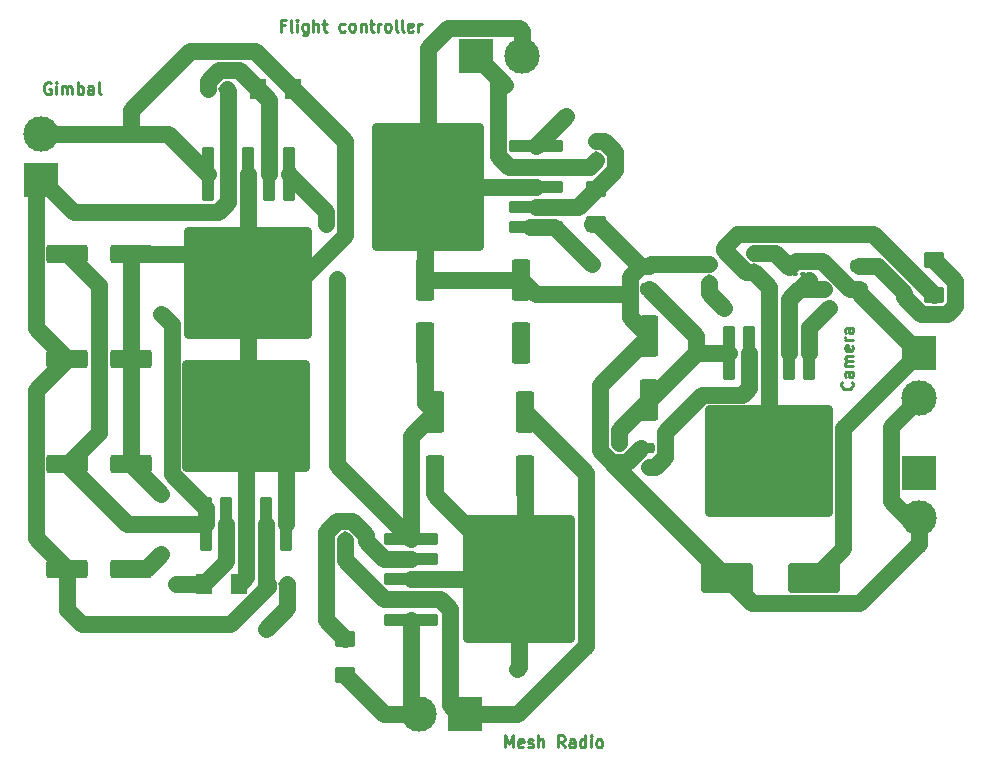
<source format=gbr>
%TF.GenerationSoftware,KiCad,Pcbnew,9.0.1*%
%TF.CreationDate,2025-05-28T17:40:13+05:30*%
%TF.ProjectId,3levelstepDownIter2,336c6576-656c-4737-9465-70446f776e49,rev?*%
%TF.SameCoordinates,Original*%
%TF.FileFunction,Copper,L1,Top*%
%TF.FilePolarity,Positive*%
%FSLAX46Y46*%
G04 Gerber Fmt 4.6, Leading zero omitted, Abs format (unit mm)*
G04 Created by KiCad (PCBNEW 9.0.1) date 2025-05-28 17:40:13*
%MOMM*%
%LPD*%
G01*
G04 APERTURE LIST*
G04 Aperture macros list*
%AMRoundRect*
0 Rectangle with rounded corners*
0 $1 Rounding radius*
0 $2 $3 $4 $5 $6 $7 $8 $9 X,Y pos of 4 corners*
0 Add a 4 corners polygon primitive as box body*
4,1,4,$2,$3,$4,$5,$6,$7,$8,$9,$2,$3,0*
0 Add four circle primitives for the rounded corners*
1,1,$1+$1,$2,$3*
1,1,$1+$1,$4,$5*
1,1,$1+$1,$6,$7*
1,1,$1+$1,$8,$9*
0 Add four rect primitives between the rounded corners*
20,1,$1+$1,$2,$3,$4,$5,0*
20,1,$1+$1,$4,$5,$6,$7,0*
20,1,$1+$1,$6,$7,$8,$9,0*
20,1,$1+$1,$8,$9,$2,$3,0*%
G04 Aperture macros list end*
%ADD10C,0.250000*%
%TA.AperFunction,NonConductor*%
%ADD11C,0.250000*%
%TD*%
%TA.AperFunction,ComponentPad*%
%ADD12C,3.000000*%
%TD*%
%TA.AperFunction,ComponentPad*%
%ADD13R,3.000000X3.000000*%
%TD*%
%TA.AperFunction,SMDPad,CuDef*%
%ADD14RoundRect,0.100000X0.100000X-0.130000X0.100000X0.130000X-0.100000X0.130000X-0.100000X-0.130000X0*%
%TD*%
%TA.AperFunction,SMDPad,CuDef*%
%ADD15RoundRect,0.250001X0.624999X-0.462499X0.624999X0.462499X-0.624999X0.462499X-0.624999X-0.462499X0*%
%TD*%
%TA.AperFunction,SMDPad,CuDef*%
%ADD16RoundRect,0.100000X-0.130000X-0.100000X0.130000X-0.100000X0.130000X0.100000X-0.130000X0.100000X0*%
%TD*%
%TA.AperFunction,SMDPad,CuDef*%
%ADD17RoundRect,0.100000X0.130000X0.100000X-0.130000X0.100000X-0.130000X-0.100000X0.130000X-0.100000X0*%
%TD*%
%TA.AperFunction,SMDPad,CuDef*%
%ADD18RoundRect,0.250000X-2.050000X-0.300000X2.050000X-0.300000X2.050000X0.300000X-2.050000X0.300000X0*%
%TD*%
%TA.AperFunction,SMDPad,CuDef*%
%ADD19RoundRect,0.250002X-4.449998X-5.149998X4.449998X-5.149998X4.449998X5.149998X-4.449998X5.149998X0*%
%TD*%
%TA.AperFunction,SMDPad,CuDef*%
%ADD20RoundRect,0.250000X-1.500000X-0.550000X1.500000X-0.550000X1.500000X0.550000X-1.500000X0.550000X0*%
%TD*%
%TA.AperFunction,SMDPad,CuDef*%
%ADD21RoundRect,0.250000X0.550000X-1.500000X0.550000X1.500000X-0.550000X1.500000X-0.550000X-1.500000X0*%
%TD*%
%TA.AperFunction,SMDPad,CuDef*%
%ADD22RoundRect,0.250000X-0.550000X1.500000X-0.550000X-1.500000X0.550000X-1.500000X0.550000X1.500000X0*%
%TD*%
%TA.AperFunction,SMDPad,CuDef*%
%ADD23RoundRect,0.250000X2.050000X0.300000X-2.050000X0.300000X-2.050000X-0.300000X2.050000X-0.300000X0*%
%TD*%
%TA.AperFunction,SMDPad,CuDef*%
%ADD24RoundRect,0.250002X4.449998X5.149998X-4.449998X5.149998X-4.449998X-5.149998X4.449998X-5.149998X0*%
%TD*%
%TA.AperFunction,SMDPad,CuDef*%
%ADD25RoundRect,0.250000X-0.300000X2.050000X-0.300000X-2.050000X0.300000X-2.050000X0.300000X2.050000X0*%
%TD*%
%TA.AperFunction,SMDPad,CuDef*%
%ADD26RoundRect,0.250002X-5.149998X4.449998X-5.149998X-4.449998X5.149998X-4.449998X5.149998X4.449998X0*%
%TD*%
%TA.AperFunction,SMDPad,CuDef*%
%ADD27RoundRect,0.250001X-0.624999X0.462499X-0.624999X-0.462499X0.624999X-0.462499X0.624999X0.462499X0*%
%TD*%
%TA.AperFunction,SMDPad,CuDef*%
%ADD28RoundRect,0.250000X1.950000X1.000000X-1.950000X1.000000X-1.950000X-1.000000X1.950000X-1.000000X0*%
%TD*%
%TA.AperFunction,SMDPad,CuDef*%
%ADD29RoundRect,0.225000X0.250000X-0.225000X0.250000X0.225000X-0.250000X0.225000X-0.250000X-0.225000X0*%
%TD*%
%TA.AperFunction,SMDPad,CuDef*%
%ADD30RoundRect,0.100000X-0.100000X0.130000X-0.100000X-0.130000X0.100000X-0.130000X0.100000X0.130000X0*%
%TD*%
%TA.AperFunction,SMDPad,CuDef*%
%ADD31RoundRect,0.250001X-0.462499X-0.624999X0.462499X-0.624999X0.462499X0.624999X-0.462499X0.624999X0*%
%TD*%
%TA.AperFunction,SMDPad,CuDef*%
%ADD32RoundRect,0.250000X0.475000X-0.250000X0.475000X0.250000X-0.475000X0.250000X-0.475000X-0.250000X0*%
%TD*%
%TA.AperFunction,SMDPad,CuDef*%
%ADD33RoundRect,0.250000X0.300000X-2.050000X0.300000X2.050000X-0.300000X2.050000X-0.300000X-2.050000X0*%
%TD*%
%TA.AperFunction,SMDPad,CuDef*%
%ADD34RoundRect,0.250002X5.149998X-4.449998X5.149998X4.449998X-5.149998X4.449998X-5.149998X-4.449998X0*%
%TD*%
%TA.AperFunction,ViaPad*%
%ADD35C,0.600000*%
%TD*%
%TA.AperFunction,Conductor*%
%ADD36C,1.400000*%
%TD*%
G04 APERTURE END LIST*
D10*
D11*
X83726377Y-65912238D02*
X83631139Y-65864619D01*
X83631139Y-65864619D02*
X83488282Y-65864619D01*
X83488282Y-65864619D02*
X83345425Y-65912238D01*
X83345425Y-65912238D02*
X83250187Y-66007476D01*
X83250187Y-66007476D02*
X83202568Y-66102714D01*
X83202568Y-66102714D02*
X83154949Y-66293190D01*
X83154949Y-66293190D02*
X83154949Y-66436047D01*
X83154949Y-66436047D02*
X83202568Y-66626523D01*
X83202568Y-66626523D02*
X83250187Y-66721761D01*
X83250187Y-66721761D02*
X83345425Y-66817000D01*
X83345425Y-66817000D02*
X83488282Y-66864619D01*
X83488282Y-66864619D02*
X83583520Y-66864619D01*
X83583520Y-66864619D02*
X83726377Y-66817000D01*
X83726377Y-66817000D02*
X83773996Y-66769380D01*
X83773996Y-66769380D02*
X83773996Y-66436047D01*
X83773996Y-66436047D02*
X83583520Y-66436047D01*
X84202568Y-66864619D02*
X84202568Y-66197952D01*
X84202568Y-65864619D02*
X84154949Y-65912238D01*
X84154949Y-65912238D02*
X84202568Y-65959857D01*
X84202568Y-65959857D02*
X84250187Y-65912238D01*
X84250187Y-65912238D02*
X84202568Y-65864619D01*
X84202568Y-65864619D02*
X84202568Y-65959857D01*
X84678758Y-66864619D02*
X84678758Y-66197952D01*
X84678758Y-66293190D02*
X84726377Y-66245571D01*
X84726377Y-66245571D02*
X84821615Y-66197952D01*
X84821615Y-66197952D02*
X84964472Y-66197952D01*
X84964472Y-66197952D02*
X85059710Y-66245571D01*
X85059710Y-66245571D02*
X85107329Y-66340809D01*
X85107329Y-66340809D02*
X85107329Y-66864619D01*
X85107329Y-66340809D02*
X85154948Y-66245571D01*
X85154948Y-66245571D02*
X85250186Y-66197952D01*
X85250186Y-66197952D02*
X85393043Y-66197952D01*
X85393043Y-66197952D02*
X85488282Y-66245571D01*
X85488282Y-66245571D02*
X85535901Y-66340809D01*
X85535901Y-66340809D02*
X85535901Y-66864619D01*
X86012091Y-66864619D02*
X86012091Y-65864619D01*
X86012091Y-66245571D02*
X86107329Y-66197952D01*
X86107329Y-66197952D02*
X86297805Y-66197952D01*
X86297805Y-66197952D02*
X86393043Y-66245571D01*
X86393043Y-66245571D02*
X86440662Y-66293190D01*
X86440662Y-66293190D02*
X86488281Y-66388428D01*
X86488281Y-66388428D02*
X86488281Y-66674142D01*
X86488281Y-66674142D02*
X86440662Y-66769380D01*
X86440662Y-66769380D02*
X86393043Y-66817000D01*
X86393043Y-66817000D02*
X86297805Y-66864619D01*
X86297805Y-66864619D02*
X86107329Y-66864619D01*
X86107329Y-66864619D02*
X86012091Y-66817000D01*
X87345424Y-66864619D02*
X87345424Y-66340809D01*
X87345424Y-66340809D02*
X87297805Y-66245571D01*
X87297805Y-66245571D02*
X87202567Y-66197952D01*
X87202567Y-66197952D02*
X87012091Y-66197952D01*
X87012091Y-66197952D02*
X86916853Y-66245571D01*
X87345424Y-66817000D02*
X87250186Y-66864619D01*
X87250186Y-66864619D02*
X87012091Y-66864619D01*
X87012091Y-66864619D02*
X86916853Y-66817000D01*
X86916853Y-66817000D02*
X86869234Y-66721761D01*
X86869234Y-66721761D02*
X86869234Y-66626523D01*
X86869234Y-66626523D02*
X86916853Y-66531285D01*
X86916853Y-66531285D02*
X87012091Y-66483666D01*
X87012091Y-66483666D02*
X87250186Y-66483666D01*
X87250186Y-66483666D02*
X87345424Y-66436047D01*
X87964472Y-66864619D02*
X87869234Y-66817000D01*
X87869234Y-66817000D02*
X87821615Y-66721761D01*
X87821615Y-66721761D02*
X87821615Y-65864619D01*
D10*
D11*
X103535901Y-61040809D02*
X103202568Y-61040809D01*
X103202568Y-61564619D02*
X103202568Y-60564619D01*
X103202568Y-60564619D02*
X103678758Y-60564619D01*
X104202568Y-61564619D02*
X104107330Y-61517000D01*
X104107330Y-61517000D02*
X104059711Y-61421761D01*
X104059711Y-61421761D02*
X104059711Y-60564619D01*
X104583521Y-61564619D02*
X104583521Y-60897952D01*
X104583521Y-60564619D02*
X104535902Y-60612238D01*
X104535902Y-60612238D02*
X104583521Y-60659857D01*
X104583521Y-60659857D02*
X104631140Y-60612238D01*
X104631140Y-60612238D02*
X104583521Y-60564619D01*
X104583521Y-60564619D02*
X104583521Y-60659857D01*
X105488282Y-60897952D02*
X105488282Y-61707476D01*
X105488282Y-61707476D02*
X105440663Y-61802714D01*
X105440663Y-61802714D02*
X105393044Y-61850333D01*
X105393044Y-61850333D02*
X105297806Y-61897952D01*
X105297806Y-61897952D02*
X105154949Y-61897952D01*
X105154949Y-61897952D02*
X105059711Y-61850333D01*
X105488282Y-61517000D02*
X105393044Y-61564619D01*
X105393044Y-61564619D02*
X105202568Y-61564619D01*
X105202568Y-61564619D02*
X105107330Y-61517000D01*
X105107330Y-61517000D02*
X105059711Y-61469380D01*
X105059711Y-61469380D02*
X105012092Y-61374142D01*
X105012092Y-61374142D02*
X105012092Y-61088428D01*
X105012092Y-61088428D02*
X105059711Y-60993190D01*
X105059711Y-60993190D02*
X105107330Y-60945571D01*
X105107330Y-60945571D02*
X105202568Y-60897952D01*
X105202568Y-60897952D02*
X105393044Y-60897952D01*
X105393044Y-60897952D02*
X105488282Y-60945571D01*
X105964473Y-61564619D02*
X105964473Y-60564619D01*
X106393044Y-61564619D02*
X106393044Y-61040809D01*
X106393044Y-61040809D02*
X106345425Y-60945571D01*
X106345425Y-60945571D02*
X106250187Y-60897952D01*
X106250187Y-60897952D02*
X106107330Y-60897952D01*
X106107330Y-60897952D02*
X106012092Y-60945571D01*
X106012092Y-60945571D02*
X105964473Y-60993190D01*
X106726378Y-60897952D02*
X107107330Y-60897952D01*
X106869235Y-60564619D02*
X106869235Y-61421761D01*
X106869235Y-61421761D02*
X106916854Y-61517000D01*
X106916854Y-61517000D02*
X107012092Y-61564619D01*
X107012092Y-61564619D02*
X107107330Y-61564619D01*
X108631140Y-61517000D02*
X108535902Y-61564619D01*
X108535902Y-61564619D02*
X108345426Y-61564619D01*
X108345426Y-61564619D02*
X108250188Y-61517000D01*
X108250188Y-61517000D02*
X108202569Y-61469380D01*
X108202569Y-61469380D02*
X108154950Y-61374142D01*
X108154950Y-61374142D02*
X108154950Y-61088428D01*
X108154950Y-61088428D02*
X108202569Y-60993190D01*
X108202569Y-60993190D02*
X108250188Y-60945571D01*
X108250188Y-60945571D02*
X108345426Y-60897952D01*
X108345426Y-60897952D02*
X108535902Y-60897952D01*
X108535902Y-60897952D02*
X108631140Y-60945571D01*
X109202569Y-61564619D02*
X109107331Y-61517000D01*
X109107331Y-61517000D02*
X109059712Y-61469380D01*
X109059712Y-61469380D02*
X109012093Y-61374142D01*
X109012093Y-61374142D02*
X109012093Y-61088428D01*
X109012093Y-61088428D02*
X109059712Y-60993190D01*
X109059712Y-60993190D02*
X109107331Y-60945571D01*
X109107331Y-60945571D02*
X109202569Y-60897952D01*
X109202569Y-60897952D02*
X109345426Y-60897952D01*
X109345426Y-60897952D02*
X109440664Y-60945571D01*
X109440664Y-60945571D02*
X109488283Y-60993190D01*
X109488283Y-60993190D02*
X109535902Y-61088428D01*
X109535902Y-61088428D02*
X109535902Y-61374142D01*
X109535902Y-61374142D02*
X109488283Y-61469380D01*
X109488283Y-61469380D02*
X109440664Y-61517000D01*
X109440664Y-61517000D02*
X109345426Y-61564619D01*
X109345426Y-61564619D02*
X109202569Y-61564619D01*
X109964474Y-60897952D02*
X109964474Y-61564619D01*
X109964474Y-60993190D02*
X110012093Y-60945571D01*
X110012093Y-60945571D02*
X110107331Y-60897952D01*
X110107331Y-60897952D02*
X110250188Y-60897952D01*
X110250188Y-60897952D02*
X110345426Y-60945571D01*
X110345426Y-60945571D02*
X110393045Y-61040809D01*
X110393045Y-61040809D02*
X110393045Y-61564619D01*
X110726379Y-60897952D02*
X111107331Y-60897952D01*
X110869236Y-60564619D02*
X110869236Y-61421761D01*
X110869236Y-61421761D02*
X110916855Y-61517000D01*
X110916855Y-61517000D02*
X111012093Y-61564619D01*
X111012093Y-61564619D02*
X111107331Y-61564619D01*
X111440665Y-61564619D02*
X111440665Y-60897952D01*
X111440665Y-61088428D02*
X111488284Y-60993190D01*
X111488284Y-60993190D02*
X111535903Y-60945571D01*
X111535903Y-60945571D02*
X111631141Y-60897952D01*
X111631141Y-60897952D02*
X111726379Y-60897952D01*
X112202570Y-61564619D02*
X112107332Y-61517000D01*
X112107332Y-61517000D02*
X112059713Y-61469380D01*
X112059713Y-61469380D02*
X112012094Y-61374142D01*
X112012094Y-61374142D02*
X112012094Y-61088428D01*
X112012094Y-61088428D02*
X112059713Y-60993190D01*
X112059713Y-60993190D02*
X112107332Y-60945571D01*
X112107332Y-60945571D02*
X112202570Y-60897952D01*
X112202570Y-60897952D02*
X112345427Y-60897952D01*
X112345427Y-60897952D02*
X112440665Y-60945571D01*
X112440665Y-60945571D02*
X112488284Y-60993190D01*
X112488284Y-60993190D02*
X112535903Y-61088428D01*
X112535903Y-61088428D02*
X112535903Y-61374142D01*
X112535903Y-61374142D02*
X112488284Y-61469380D01*
X112488284Y-61469380D02*
X112440665Y-61517000D01*
X112440665Y-61517000D02*
X112345427Y-61564619D01*
X112345427Y-61564619D02*
X112202570Y-61564619D01*
X113107332Y-61564619D02*
X113012094Y-61517000D01*
X113012094Y-61517000D02*
X112964475Y-61421761D01*
X112964475Y-61421761D02*
X112964475Y-60564619D01*
X113631142Y-61564619D02*
X113535904Y-61517000D01*
X113535904Y-61517000D02*
X113488285Y-61421761D01*
X113488285Y-61421761D02*
X113488285Y-60564619D01*
X114393047Y-61517000D02*
X114297809Y-61564619D01*
X114297809Y-61564619D02*
X114107333Y-61564619D01*
X114107333Y-61564619D02*
X114012095Y-61517000D01*
X114012095Y-61517000D02*
X113964476Y-61421761D01*
X113964476Y-61421761D02*
X113964476Y-61040809D01*
X113964476Y-61040809D02*
X114012095Y-60945571D01*
X114012095Y-60945571D02*
X114107333Y-60897952D01*
X114107333Y-60897952D02*
X114297809Y-60897952D01*
X114297809Y-60897952D02*
X114393047Y-60945571D01*
X114393047Y-60945571D02*
X114440666Y-61040809D01*
X114440666Y-61040809D02*
X114440666Y-61136047D01*
X114440666Y-61136047D02*
X113964476Y-61231285D01*
X114869238Y-61564619D02*
X114869238Y-60897952D01*
X114869238Y-61088428D02*
X114916857Y-60993190D01*
X114916857Y-60993190D02*
X114964476Y-60945571D01*
X114964476Y-60945571D02*
X115059714Y-60897952D01*
X115059714Y-60897952D02*
X115154952Y-60897952D01*
D10*
D11*
X151569380Y-91226003D02*
X151617000Y-91273622D01*
X151617000Y-91273622D02*
X151664619Y-91416479D01*
X151664619Y-91416479D02*
X151664619Y-91511717D01*
X151664619Y-91511717D02*
X151617000Y-91654574D01*
X151617000Y-91654574D02*
X151521761Y-91749812D01*
X151521761Y-91749812D02*
X151426523Y-91797431D01*
X151426523Y-91797431D02*
X151236047Y-91845050D01*
X151236047Y-91845050D02*
X151093190Y-91845050D01*
X151093190Y-91845050D02*
X150902714Y-91797431D01*
X150902714Y-91797431D02*
X150807476Y-91749812D01*
X150807476Y-91749812D02*
X150712238Y-91654574D01*
X150712238Y-91654574D02*
X150664619Y-91511717D01*
X150664619Y-91511717D02*
X150664619Y-91416479D01*
X150664619Y-91416479D02*
X150712238Y-91273622D01*
X150712238Y-91273622D02*
X150759857Y-91226003D01*
X151664619Y-90368860D02*
X151140809Y-90368860D01*
X151140809Y-90368860D02*
X151045571Y-90416479D01*
X151045571Y-90416479D02*
X150997952Y-90511717D01*
X150997952Y-90511717D02*
X150997952Y-90702193D01*
X150997952Y-90702193D02*
X151045571Y-90797431D01*
X151617000Y-90368860D02*
X151664619Y-90464098D01*
X151664619Y-90464098D02*
X151664619Y-90702193D01*
X151664619Y-90702193D02*
X151617000Y-90797431D01*
X151617000Y-90797431D02*
X151521761Y-90845050D01*
X151521761Y-90845050D02*
X151426523Y-90845050D01*
X151426523Y-90845050D02*
X151331285Y-90797431D01*
X151331285Y-90797431D02*
X151283666Y-90702193D01*
X151283666Y-90702193D02*
X151283666Y-90464098D01*
X151283666Y-90464098D02*
X151236047Y-90368860D01*
X151664619Y-89892669D02*
X150997952Y-89892669D01*
X151093190Y-89892669D02*
X151045571Y-89845050D01*
X151045571Y-89845050D02*
X150997952Y-89749812D01*
X150997952Y-89749812D02*
X150997952Y-89606955D01*
X150997952Y-89606955D02*
X151045571Y-89511717D01*
X151045571Y-89511717D02*
X151140809Y-89464098D01*
X151140809Y-89464098D02*
X151664619Y-89464098D01*
X151140809Y-89464098D02*
X151045571Y-89416479D01*
X151045571Y-89416479D02*
X150997952Y-89321241D01*
X150997952Y-89321241D02*
X150997952Y-89178384D01*
X150997952Y-89178384D02*
X151045571Y-89083145D01*
X151045571Y-89083145D02*
X151140809Y-89035526D01*
X151140809Y-89035526D02*
X151664619Y-89035526D01*
X151617000Y-88178384D02*
X151664619Y-88273622D01*
X151664619Y-88273622D02*
X151664619Y-88464098D01*
X151664619Y-88464098D02*
X151617000Y-88559336D01*
X151617000Y-88559336D02*
X151521761Y-88606955D01*
X151521761Y-88606955D02*
X151140809Y-88606955D01*
X151140809Y-88606955D02*
X151045571Y-88559336D01*
X151045571Y-88559336D02*
X150997952Y-88464098D01*
X150997952Y-88464098D02*
X150997952Y-88273622D01*
X150997952Y-88273622D02*
X151045571Y-88178384D01*
X151045571Y-88178384D02*
X151140809Y-88130765D01*
X151140809Y-88130765D02*
X151236047Y-88130765D01*
X151236047Y-88130765D02*
X151331285Y-88606955D01*
X151664619Y-87702193D02*
X150997952Y-87702193D01*
X151188428Y-87702193D02*
X151093190Y-87654574D01*
X151093190Y-87654574D02*
X151045571Y-87606955D01*
X151045571Y-87606955D02*
X150997952Y-87511717D01*
X150997952Y-87511717D02*
X150997952Y-87416479D01*
X151664619Y-86654574D02*
X151140809Y-86654574D01*
X151140809Y-86654574D02*
X151045571Y-86702193D01*
X151045571Y-86702193D02*
X150997952Y-86797431D01*
X150997952Y-86797431D02*
X150997952Y-86987907D01*
X150997952Y-86987907D02*
X151045571Y-87083145D01*
X151617000Y-86654574D02*
X151664619Y-86749812D01*
X151664619Y-86749812D02*
X151664619Y-86987907D01*
X151664619Y-86987907D02*
X151617000Y-87083145D01*
X151617000Y-87083145D02*
X151521761Y-87130764D01*
X151521761Y-87130764D02*
X151426523Y-87130764D01*
X151426523Y-87130764D02*
X151331285Y-87083145D01*
X151331285Y-87083145D02*
X151283666Y-86987907D01*
X151283666Y-86987907D02*
X151283666Y-86749812D01*
X151283666Y-86749812D02*
X151236047Y-86654574D01*
D10*
D11*
X122202568Y-122164619D02*
X122202568Y-121164619D01*
X122202568Y-121164619D02*
X122535901Y-121878904D01*
X122535901Y-121878904D02*
X122869234Y-121164619D01*
X122869234Y-121164619D02*
X122869234Y-122164619D01*
X123726377Y-122117000D02*
X123631139Y-122164619D01*
X123631139Y-122164619D02*
X123440663Y-122164619D01*
X123440663Y-122164619D02*
X123345425Y-122117000D01*
X123345425Y-122117000D02*
X123297806Y-122021761D01*
X123297806Y-122021761D02*
X123297806Y-121640809D01*
X123297806Y-121640809D02*
X123345425Y-121545571D01*
X123345425Y-121545571D02*
X123440663Y-121497952D01*
X123440663Y-121497952D02*
X123631139Y-121497952D01*
X123631139Y-121497952D02*
X123726377Y-121545571D01*
X123726377Y-121545571D02*
X123773996Y-121640809D01*
X123773996Y-121640809D02*
X123773996Y-121736047D01*
X123773996Y-121736047D02*
X123297806Y-121831285D01*
X124154949Y-122117000D02*
X124250187Y-122164619D01*
X124250187Y-122164619D02*
X124440663Y-122164619D01*
X124440663Y-122164619D02*
X124535901Y-122117000D01*
X124535901Y-122117000D02*
X124583520Y-122021761D01*
X124583520Y-122021761D02*
X124583520Y-121974142D01*
X124583520Y-121974142D02*
X124535901Y-121878904D01*
X124535901Y-121878904D02*
X124440663Y-121831285D01*
X124440663Y-121831285D02*
X124297806Y-121831285D01*
X124297806Y-121831285D02*
X124202568Y-121783666D01*
X124202568Y-121783666D02*
X124154949Y-121688428D01*
X124154949Y-121688428D02*
X124154949Y-121640809D01*
X124154949Y-121640809D02*
X124202568Y-121545571D01*
X124202568Y-121545571D02*
X124297806Y-121497952D01*
X124297806Y-121497952D02*
X124440663Y-121497952D01*
X124440663Y-121497952D02*
X124535901Y-121545571D01*
X125012092Y-122164619D02*
X125012092Y-121164619D01*
X125440663Y-122164619D02*
X125440663Y-121640809D01*
X125440663Y-121640809D02*
X125393044Y-121545571D01*
X125393044Y-121545571D02*
X125297806Y-121497952D01*
X125297806Y-121497952D02*
X125154949Y-121497952D01*
X125154949Y-121497952D02*
X125059711Y-121545571D01*
X125059711Y-121545571D02*
X125012092Y-121593190D01*
X127250187Y-122164619D02*
X126916854Y-121688428D01*
X126678759Y-122164619D02*
X126678759Y-121164619D01*
X126678759Y-121164619D02*
X127059711Y-121164619D01*
X127059711Y-121164619D02*
X127154949Y-121212238D01*
X127154949Y-121212238D02*
X127202568Y-121259857D01*
X127202568Y-121259857D02*
X127250187Y-121355095D01*
X127250187Y-121355095D02*
X127250187Y-121497952D01*
X127250187Y-121497952D02*
X127202568Y-121593190D01*
X127202568Y-121593190D02*
X127154949Y-121640809D01*
X127154949Y-121640809D02*
X127059711Y-121688428D01*
X127059711Y-121688428D02*
X126678759Y-121688428D01*
X128107330Y-122164619D02*
X128107330Y-121640809D01*
X128107330Y-121640809D02*
X128059711Y-121545571D01*
X128059711Y-121545571D02*
X127964473Y-121497952D01*
X127964473Y-121497952D02*
X127773997Y-121497952D01*
X127773997Y-121497952D02*
X127678759Y-121545571D01*
X128107330Y-122117000D02*
X128012092Y-122164619D01*
X128012092Y-122164619D02*
X127773997Y-122164619D01*
X127773997Y-122164619D02*
X127678759Y-122117000D01*
X127678759Y-122117000D02*
X127631140Y-122021761D01*
X127631140Y-122021761D02*
X127631140Y-121926523D01*
X127631140Y-121926523D02*
X127678759Y-121831285D01*
X127678759Y-121831285D02*
X127773997Y-121783666D01*
X127773997Y-121783666D02*
X128012092Y-121783666D01*
X128012092Y-121783666D02*
X128107330Y-121736047D01*
X129012092Y-122164619D02*
X129012092Y-121164619D01*
X129012092Y-122117000D02*
X128916854Y-122164619D01*
X128916854Y-122164619D02*
X128726378Y-122164619D01*
X128726378Y-122164619D02*
X128631140Y-122117000D01*
X128631140Y-122117000D02*
X128583521Y-122069380D01*
X128583521Y-122069380D02*
X128535902Y-121974142D01*
X128535902Y-121974142D02*
X128535902Y-121688428D01*
X128535902Y-121688428D02*
X128583521Y-121593190D01*
X128583521Y-121593190D02*
X128631140Y-121545571D01*
X128631140Y-121545571D02*
X128726378Y-121497952D01*
X128726378Y-121497952D02*
X128916854Y-121497952D01*
X128916854Y-121497952D02*
X129012092Y-121545571D01*
X129488283Y-122164619D02*
X129488283Y-121497952D01*
X129488283Y-121164619D02*
X129440664Y-121212238D01*
X129440664Y-121212238D02*
X129488283Y-121259857D01*
X129488283Y-121259857D02*
X129535902Y-121212238D01*
X129535902Y-121212238D02*
X129488283Y-121164619D01*
X129488283Y-121164619D02*
X129488283Y-121259857D01*
X130107330Y-122164619D02*
X130012092Y-122117000D01*
X130012092Y-122117000D02*
X129964473Y-122069380D01*
X129964473Y-122069380D02*
X129916854Y-121974142D01*
X129916854Y-121974142D02*
X129916854Y-121688428D01*
X129916854Y-121688428D02*
X129964473Y-121593190D01*
X129964473Y-121593190D02*
X130012092Y-121545571D01*
X130012092Y-121545571D02*
X130107330Y-121497952D01*
X130107330Y-121497952D02*
X130250187Y-121497952D01*
X130250187Y-121497952D02*
X130345425Y-121545571D01*
X130345425Y-121545571D02*
X130393044Y-121593190D01*
X130393044Y-121593190D02*
X130440663Y-121688428D01*
X130440663Y-121688428D02*
X130440663Y-121974142D01*
X130440663Y-121974142D02*
X130393044Y-122069380D01*
X130393044Y-122069380D02*
X130345425Y-122117000D01*
X130345425Y-122117000D02*
X130250187Y-122164619D01*
X130250187Y-122164619D02*
X130107330Y-122164619D01*
D12*
%TO.P,J4,2,Pin_2*%
%TO.N,GND*%
X82931000Y-70231000D03*
D13*
%TO.P,J4,1,Pin_1*%
%TO.N,Net-(J4-Pin_1)*%
X82931000Y-74111000D03*
%TD*%
D14*
%TO.P,L5,1,1*%
%TO.N,Net-(D5-K)*%
X143275000Y-81455000D03*
%TO.P,L5,2,2*%
%TO.N,Net-(J5-Pin_1)*%
X143275000Y-80815000D03*
%TD*%
D15*
%TO.P,D5,1,K*%
%TO.N,Net-(D5-K)*%
X158515000Y-83892500D03*
%TO.P,D5,2,A*%
%TO.N,GND*%
X158515000Y-80917500D03*
%TD*%
D16*
%TO.P,R1,1*%
%TO.N,Net-(J5-Pin_1)*%
X146765000Y-82060000D03*
%TO.P,R1,2*%
%TO.N,Net-(U5-FB)*%
X147405000Y-82060000D03*
%TD*%
D17*
%TO.P,L3,1,1*%
%TO.N,Net-(D3-K)*%
X103251000Y-108331000D03*
%TO.P,L3,2,2*%
%TO.N,Net-(J4-Pin_1)*%
X102611000Y-108331000D03*
%TD*%
D13*
%TO.P,J5,1,Pin_1*%
%TO.N,Net-(J5-Pin_1)*%
X157245000Y-88755000D03*
D12*
%TO.P,J5,2,Pin_2*%
%TO.N,GND*%
X157245000Y-92635000D03*
%TD*%
D18*
%TO.P,U3,1,VIN*%
%TO.N,Net-(J1-Pin_1)*%
X114270000Y-104550000D03*
%TO.P,U3,2,OUT*%
%TO.N,Net-(D2-K)*%
X114270000Y-106250000D03*
%TO.P,U3,3,GND*%
%TO.N,GND*%
X114270000Y-107950000D03*
D19*
X123420000Y-107950000D03*
D18*
%TO.P,U3,4,FB*%
%TO.N,Net-(J3-Pin_1)*%
X114270000Y-109650000D03*
%TO.P,U3,5,~{ON}/OFF*%
%TO.N,GND*%
X114270000Y-111350000D03*
%TD*%
D20*
%TO.P,C7,1*%
%TO.N,Net-(J1-Pin_1)*%
X85151000Y-80391000D03*
%TO.P,C7,2*%
%TO.N,GND*%
X90551000Y-80391000D03*
%TD*%
D21*
%TO.P,C9,1*%
%TO.N,Net-(J1-Pin_1)*%
X134385000Y-92725000D03*
%TO.P,C9,2*%
%TO.N,GND*%
X134385000Y-87325000D03*
%TD*%
D13*
%TO.P,J1,1,Pin_1*%
%TO.N,Net-(J1-Pin_1)*%
X157245000Y-98915000D03*
D12*
%TO.P,J1,2,Pin_2*%
%TO.N,GND*%
X157245000Y-102795000D03*
%TD*%
D14*
%TO.P,R2,1*%
%TO.N,Net-(U5-FB)*%
X139465000Y-82380000D03*
%TO.P,R2,2*%
%TO.N,GND*%
X139465000Y-81740000D03*
%TD*%
D22*
%TO.P,C3,1*%
%TO.N,Net-(J1-Pin_1)*%
X116235000Y-93820000D03*
%TO.P,C3,2*%
%TO.N,GND*%
X116235000Y-99220000D03*
%TD*%
D23*
%TO.P,U2,1,VIN*%
%TO.N,Net-(J1-Pin_1)*%
X124835000Y-78095000D03*
%TO.P,U2,2,OUT*%
%TO.N,Net-(D1-K)*%
X124835000Y-76395000D03*
%TO.P,U2,3,GND*%
%TO.N,GND*%
X124835000Y-74695000D03*
D24*
X115685000Y-74695000D03*
D23*
%TO.P,U2,4,FB*%
%TO.N,Net-(J2-Pin_1)*%
X124835000Y-72995000D03*
%TO.P,U2,5,~{ON}/OFF*%
%TO.N,GND*%
X124835000Y-71295000D03*
%TD*%
D13*
%TO.P,J2,1,Pin_1*%
%TO.N,Net-(J2-Pin_1)*%
X119755000Y-63675000D03*
D12*
%TO.P,J2,2,Pin_2*%
%TO.N,GND*%
X123635000Y-63675000D03*
%TD*%
D21*
%TO.P,C1,1*%
%TO.N,Net-(J1-Pin_1)*%
X115415000Y-87965000D03*
%TO.P,C1,2*%
%TO.N,GND*%
X115415000Y-82565000D03*
%TD*%
D16*
%TO.P,L4,1,1*%
%TO.N,Net-(D4-K)*%
X97506000Y-66421000D03*
%TO.P,L4,2,2*%
%TO.N,Net-(J4-Pin_1)*%
X98146000Y-66421000D03*
%TD*%
D25*
%TO.P,U4,1,VIN*%
%TO.N,Net-(J1-Pin_1)*%
X103876000Y-73666000D03*
%TO.P,U4,2,OUT*%
%TO.N,Net-(D4-K)*%
X102176000Y-73666000D03*
%TO.P,U4,3,GND*%
%TO.N,GND*%
X100476000Y-73666000D03*
D26*
X100476000Y-82816000D03*
D25*
%TO.P,U4,4,FB*%
%TO.N,Net-(J4-Pin_1)*%
X98776000Y-73666000D03*
%TO.P,U4,5,~{ON}/OFF*%
%TO.N,GND*%
X97076000Y-73666000D03*
%TD*%
D20*
%TO.P,C5,1*%
%TO.N,Net-(J1-Pin_1)*%
X85151000Y-98171000D03*
%TO.P,C5,2*%
%TO.N,GND*%
X90551000Y-98171000D03*
%TD*%
D27*
%TO.P,D2,1,K*%
%TO.N,Net-(D2-K)*%
X108615000Y-113030000D03*
%TO.P,D2,2,A*%
%TO.N,GND*%
X108615000Y-116005000D03*
%TD*%
D21*
%TO.P,C2,1*%
%TO.N,Net-(J2-Pin_1)*%
X123565000Y-87965000D03*
%TO.P,C2,2*%
%TO.N,GND*%
X123565000Y-82565000D03*
%TD*%
D28*
%TO.P,C10,1*%
%TO.N,Net-(J5-Pin_1)*%
X148355000Y-107805000D03*
%TO.P,C10,2*%
%TO.N,GND*%
X140955000Y-107805000D03*
%TD*%
D22*
%TO.P,C4,1*%
%TO.N,Net-(J3-Pin_1)*%
X123855000Y-93820000D03*
%TO.P,C4,2*%
%TO.N,GND*%
X123855000Y-99220000D03*
%TD*%
D29*
%TO.P,C11,1*%
%TO.N,Net-(U5-VC)*%
X134385000Y-98420000D03*
%TO.P,C11,2*%
%TO.N,GND*%
X134385000Y-96870000D03*
%TD*%
D30*
%TO.P,L2,1,1*%
%TO.N,Net-(D2-K)*%
X108615000Y-103475000D03*
%TO.P,L2,2,2*%
%TO.N,Net-(J3-Pin_1)*%
X108615000Y-104115000D03*
%TD*%
D31*
%TO.P,D3,1,K*%
%TO.N,Net-(D3-K)*%
X96683500Y-108331000D03*
%TO.P,D3,2,A*%
%TO.N,GND*%
X99658500Y-108331000D03*
%TD*%
D20*
%TO.P,C6,1*%
%TO.N,Net-(J4-Pin_1)*%
X85151000Y-107061000D03*
%TO.P,C6,2*%
%TO.N,GND*%
X90551000Y-107061000D03*
%TD*%
D27*
%TO.P,D1,1,K*%
%TO.N,Net-(D1-K)*%
X129915000Y-74887500D03*
%TO.P,D1,2,A*%
%TO.N,GND*%
X129915000Y-77862500D03*
%TD*%
D32*
%TO.P,C13,1*%
%TO.N,Net-(J5-Pin_1)*%
X152165000Y-83355000D03*
%TO.P,C13,2*%
%TO.N,GND*%
X152165000Y-81455000D03*
%TD*%
D33*
%TO.P,U1,1,VIN*%
%TO.N,Net-(J1-Pin_1)*%
X96881000Y-103251000D03*
%TO.P,U1,2,OUT*%
%TO.N,Net-(D3-K)*%
X98581000Y-103251000D03*
%TO.P,U1,3,GND*%
%TO.N,GND*%
X100281000Y-103251000D03*
D34*
X100281000Y-94101000D03*
D33*
%TO.P,U1,4,FB*%
%TO.N,Net-(J4-Pin_1)*%
X101981000Y-103251000D03*
%TO.P,U1,5,~{ON}/OFF*%
%TO.N,GND*%
X103681000Y-103251000D03*
%TD*%
D31*
%TO.P,D4,1,K*%
%TO.N,Net-(D4-K)*%
X101255500Y-66421000D03*
%TO.P,D4,2,A*%
%TO.N,GND*%
X104230500Y-66421000D03*
%TD*%
D25*
%TO.P,U5,1,GND*%
%TO.N,GND*%
X147945000Y-88755000D03*
%TO.P,U5,2,FB*%
%TO.N,Net-(U5-FB)*%
X146245000Y-88755000D03*
%TO.P,U5,3,SW*%
%TO.N,Net-(D5-K)*%
X144545000Y-88755000D03*
D26*
X144545000Y-97905000D03*
D25*
%TO.P,U5,4,VC*%
%TO.N,Net-(U5-VC)*%
X142845000Y-88755000D03*
%TO.P,U5,5,VIN*%
%TO.N,Net-(J1-Pin_1)*%
X141145000Y-88755000D03*
%TD*%
D30*
%TO.P,L1,1,1*%
%TO.N,Net-(D1-K)*%
X129915000Y-71320000D03*
%TO.P,L1,2,2*%
%TO.N,Net-(J2-Pin_1)*%
X129915000Y-71960000D03*
%TD*%
D20*
%TO.P,C8,1*%
%TO.N,Net-(J4-Pin_1)*%
X85151000Y-89281000D03*
%TO.P,C8,2*%
%TO.N,GND*%
X90551000Y-89281000D03*
%TD*%
D13*
%TO.P,J3,1,Pin_1*%
%TO.N,Net-(J3-Pin_1)*%
X118775000Y-119380000D03*
D12*
%TO.P,J3,2,Pin_2*%
%TO.N,GND*%
X114895000Y-119380000D03*
%TD*%
D32*
%TO.P,C12,1*%
%TO.N,Net-(J1-Pin_1)*%
X134385000Y-83355000D03*
%TO.P,C12,2*%
%TO.N,GND*%
X134385000Y-81455000D03*
%TD*%
D35*
%TO.N,GND*%
X93091000Y-100711000D03*
X123190000Y-115570000D03*
X155975000Y-83675000D03*
X127375000Y-68755000D03*
X93091000Y-105791000D03*
X149625000Y-84945000D03*
%TO.N,Net-(J1-Pin_1)*%
X107950000Y-82550000D03*
X93091000Y-85471000D03*
X131845000Y-96375000D03*
X107061000Y-77851000D03*
X129540000Y-81280000D03*
%TO.N,Net-(D3-K)*%
X94361000Y-108331000D03*
X101981000Y-112141000D03*
%TO.N,Net-(U5-FB)*%
X140735000Y-84945000D03*
X149164844Y-83344000D03*
%TD*%
D36*
%TO.N,GND*%
X130244000Y-91466000D02*
X130244000Y-97038156D01*
X104230500Y-66421000D02*
X108662000Y-70852500D01*
X117354000Y-61274000D02*
X115685000Y-62943000D01*
X98051000Y-80391000D02*
X100476000Y-82816000D01*
X111990000Y-119380000D02*
X108615000Y-116005000D01*
X133660000Y-81455000D02*
X130067500Y-77862500D01*
X123635000Y-63675000D02*
X123635000Y-61553680D01*
X124835000Y-71295000D02*
X127375000Y-68755000D01*
X101028500Y-63219000D02*
X95531000Y-63219000D01*
X91821000Y-107061000D02*
X93091000Y-105791000D01*
X134385000Y-87325000D02*
X130244000Y-91466000D01*
X132759000Y-83820000D02*
X132759000Y-82356000D01*
X123420000Y-107950000D02*
X123420000Y-115340000D01*
X154844000Y-101316000D02*
X154844000Y-95036000D01*
X124820000Y-83820000D02*
X132759000Y-83820000D01*
X131181844Y-97976000D02*
X132564844Y-97976000D01*
X100476000Y-73666000D02*
X100476000Y-82816000D01*
X100281000Y-107708500D02*
X100281000Y-103251000D01*
X132564844Y-97976000D02*
X133721844Y-96819000D01*
X160291000Y-84838688D02*
X159623688Y-85506000D01*
X114270000Y-107950000D02*
X123420000Y-107950000D01*
X131181844Y-98031844D02*
X131181844Y-97976000D01*
X90551000Y-107061000D02*
X91821000Y-107061000D01*
X157406312Y-85506000D02*
X155975000Y-84074688D01*
X104636000Y-82816000D02*
X100476000Y-82816000D01*
X155975000Y-84074688D02*
X155975000Y-83675000D01*
X143106000Y-109956000D02*
X140955000Y-107805000D01*
X123565000Y-82565000D02*
X115415000Y-82565000D01*
X133660000Y-81455000D02*
X134385000Y-81455000D01*
X93091000Y-100711000D02*
X90551000Y-98171000D01*
X114895000Y-119380000D02*
X111990000Y-119380000D01*
X156323000Y-102795000D02*
X154844000Y-101316000D01*
X123420000Y-115340000D02*
X123190000Y-115570000D01*
X159623688Y-85506000D02*
X157406312Y-85506000D01*
X134385000Y-87325000D02*
X132759000Y-85699000D01*
X90551000Y-70231000D02*
X82931000Y-70231000D01*
X129557000Y-77862500D02*
X129915000Y-77862500D01*
X132759000Y-85699000D02*
X132759000Y-83820000D01*
X90551000Y-80391000D02*
X98051000Y-80391000D01*
X157245000Y-102795000D02*
X156323000Y-102795000D01*
X95531000Y-63219000D02*
X90551000Y-68199000D01*
X153755000Y-81455000D02*
X155975000Y-83675000D01*
X108662000Y-70852500D02*
X108662000Y-78790000D01*
X90551000Y-89281000D02*
X90551000Y-80391000D01*
X100476000Y-93906000D02*
X100281000Y-94101000D01*
X154844000Y-95036000D02*
X157245000Y-92635000D01*
X130244000Y-97038156D02*
X131181844Y-97976000D01*
X108662000Y-78790000D02*
X104636000Y-82816000D01*
X114270000Y-118755000D02*
X114895000Y-119380000D01*
X123855000Y-99220000D02*
X123855000Y-107515000D01*
X134591000Y-81249000D02*
X139465000Y-81249000D01*
X116235000Y-99220000D02*
X116235000Y-100765000D01*
X147945000Y-86625000D02*
X149625000Y-84945000D01*
X116235000Y-100765000D02*
X123420000Y-107950000D01*
X152205320Y-109956000D02*
X143106000Y-109956000D01*
X123355320Y-61274000D02*
X117354000Y-61274000D01*
X97076000Y-73666000D02*
X93641000Y-70231000D01*
X114270000Y-111350000D02*
X114270000Y-118755000D01*
X157245000Y-102795000D02*
X157245000Y-104916320D01*
X104230500Y-66421000D02*
X101028500Y-63219000D01*
X90551000Y-68199000D02*
X90551000Y-70231000D01*
X99658500Y-108331000D02*
X100281000Y-107708500D01*
X157245000Y-104916320D02*
X152205320Y-109956000D01*
X160291000Y-82693500D02*
X160291000Y-84838688D01*
X90551000Y-98171000D02*
X90551000Y-89281000D01*
X140955000Y-107805000D02*
X131181844Y-98031844D01*
X103681000Y-103251000D02*
X103681000Y-97501000D01*
X93641000Y-70231000D02*
X90551000Y-70231000D01*
X152165000Y-81455000D02*
X153755000Y-81455000D01*
X123855000Y-107515000D02*
X123420000Y-107950000D01*
X115415000Y-74965000D02*
X115685000Y-74695000D01*
X123635000Y-61553680D02*
X123355320Y-61274000D01*
X132759000Y-82356000D02*
X133660000Y-81455000D01*
X130067500Y-77862500D02*
X129915000Y-77862500D01*
X103681000Y-97501000D02*
X100281000Y-94101000D01*
X115415000Y-82565000D02*
X115415000Y-74965000D01*
X100476000Y-82816000D02*
X100476000Y-93906000D01*
X100281000Y-103251000D02*
X100281000Y-94101000D01*
X115685000Y-62943000D02*
X115685000Y-74695000D01*
X124835000Y-74695000D02*
X115685000Y-74695000D01*
X134385000Y-81455000D02*
X134591000Y-81249000D01*
X147945000Y-88755000D02*
X147945000Y-86625000D01*
X158515000Y-80917500D02*
X160291000Y-82693500D01*
X123565000Y-82565000D02*
X124820000Y-83820000D01*
%TO.N,Net-(J1-Pin_1)*%
X87802000Y-83042000D02*
X87802000Y-95520000D01*
X115415000Y-87030312D02*
X115415000Y-87965000D01*
X107061000Y-77851000D02*
X107061000Y-76851000D01*
X124835000Y-78095000D02*
X126355000Y-78095000D01*
X131845000Y-95265000D02*
X134385000Y-92725000D01*
X138355000Y-87325000D02*
X134385000Y-83355000D01*
X114270000Y-104550000D02*
X107950000Y-98230000D01*
X141145000Y-88755000D02*
X138355000Y-88755000D01*
X96881000Y-103251000D02*
X90231000Y-103251000D01*
X96881000Y-101935688D02*
X93980000Y-99034688D01*
X124835000Y-78095000D02*
X124350312Y-78095000D01*
X115415000Y-87965000D02*
X115415000Y-93000000D01*
X93980000Y-86360000D02*
X93091000Y-85471000D01*
X107061000Y-76851000D02*
X103876000Y-73666000D01*
X126355000Y-78095000D02*
X129540000Y-81280000D01*
X93980000Y-99034688D02*
X93980000Y-86360000D01*
X138355000Y-88755000D02*
X138355000Y-87325000D01*
X114270000Y-95785000D02*
X116235000Y-93820000D01*
X131845000Y-96375000D02*
X131845000Y-95265000D01*
X115415000Y-93000000D02*
X116235000Y-93820000D01*
X87802000Y-95520000D02*
X85151000Y-98171000D01*
X96881000Y-103251000D02*
X96881000Y-101935688D01*
X85151000Y-80391000D02*
X87802000Y-83042000D01*
X138355000Y-88755000D02*
X134385000Y-92725000D01*
X90231000Y-103251000D02*
X85151000Y-98171000D01*
X107950000Y-98230000D02*
X107950000Y-82550000D01*
X114270000Y-104550000D02*
X114270000Y-95785000D01*
%TO.N,Net-(J2-Pin_1)*%
X122535000Y-72995000D02*
X124835000Y-72995000D01*
X121634000Y-72094000D02*
X122535000Y-72995000D01*
X124835000Y-72995000D02*
X129371000Y-72995000D01*
X129371000Y-72995000D02*
X129915000Y-72451000D01*
X121634000Y-65554000D02*
X121634000Y-72094000D01*
X119755000Y-63675000D02*
X121634000Y-65554000D01*
X122156000Y-66076000D02*
X119755000Y-63675000D01*
%TO.N,Net-(J3-Pin_1)*%
X129021000Y-98986000D02*
X129021000Y-113583688D01*
X116665000Y-109650000D02*
X114270000Y-109650000D01*
X118315312Y-119380000D02*
X117505000Y-118569688D01*
X129021000Y-113583688D02*
X123224688Y-119380000D01*
X123855000Y-93820000D02*
X129021000Y-98986000D01*
X118775000Y-119380000D02*
X118315312Y-119380000D01*
X111970000Y-109650000D02*
X108615000Y-106295000D01*
X123224688Y-119380000D02*
X118775000Y-119380000D01*
X108615000Y-106295000D02*
X108615000Y-104606000D01*
X114270000Y-109650000D02*
X111970000Y-109650000D01*
X117505000Y-110490000D02*
X116665000Y-109650000D01*
X117505000Y-118569688D02*
X117505000Y-110490000D01*
%TO.N,Net-(J4-Pin_1)*%
X98951688Y-111760000D02*
X86360000Y-111760000D01*
X85151000Y-89281000D02*
X82500000Y-91932000D01*
X82931000Y-74111000D02*
X85687000Y-76867000D01*
X85151000Y-110551000D02*
X85151000Y-107061000D01*
X101981000Y-108192000D02*
X102120000Y-108331000D01*
X85687000Y-76867000D02*
X97875000Y-76867000D01*
X82500000Y-74542000D02*
X82500000Y-86630000D01*
X101981000Y-103251000D02*
X101981000Y-108192000D01*
X82500000Y-86630000D02*
X85151000Y-89281000D01*
X102120000Y-108331000D02*
X102120000Y-108591688D01*
X102120000Y-108591688D02*
X98951688Y-111760000D01*
X86360000Y-111760000D02*
X85151000Y-110551000D01*
X98776000Y-73666000D02*
X98776000Y-66560000D01*
X98776000Y-75966000D02*
X98776000Y-73666000D01*
X82500000Y-91932000D02*
X82500000Y-104410000D01*
X97875000Y-76867000D02*
X98776000Y-75966000D01*
X82931000Y-74111000D02*
X82500000Y-74542000D01*
X98776000Y-66560000D02*
X98637000Y-66421000D01*
X82500000Y-104410000D02*
X85151000Y-107061000D01*
%TO.N,Net-(J5-Pin_1)*%
X145055400Y-80324000D02*
X143275000Y-80324000D01*
X157245000Y-88755000D02*
X150846000Y-95154000D01*
X151440000Y-83355000D02*
X149044000Y-80959000D01*
X152165000Y-83675000D02*
X157245000Y-88755000D01*
X146857600Y-80959000D02*
X146274000Y-81542600D01*
X150846000Y-105314000D02*
X148355000Y-107805000D01*
X150846000Y-95154000D02*
X150846000Y-105314000D01*
X149044000Y-80959000D02*
X146857600Y-80959000D01*
X152165000Y-83355000D02*
X151440000Y-83355000D01*
X152165000Y-83355000D02*
X152165000Y-83675000D01*
X146274000Y-81542600D02*
X145055400Y-80324000D01*
%TO.N,Net-(U5-VC)*%
X138911312Y-92304000D02*
X135761000Y-95454312D01*
X142845000Y-88755000D02*
X142845000Y-91725000D01*
X134908638Y-98420000D02*
X134385000Y-98420000D01*
X142845000Y-91725000D02*
X142266000Y-92304000D01*
X142266000Y-92304000D02*
X138911312Y-92304000D01*
X135761000Y-97567638D02*
X134908638Y-98420000D01*
X135761000Y-95454312D02*
X135761000Y-97567638D01*
%TO.N,Net-(D1-K)*%
X131516000Y-73286500D02*
X131516000Y-71787844D01*
X128407500Y-76395000D02*
X124835000Y-76395000D01*
X131516000Y-71787844D02*
X130557156Y-70829000D01*
X130557156Y-70829000D02*
X129915000Y-70829000D01*
X129915000Y-74887500D02*
X131516000Y-73286500D01*
X129915000Y-74887500D02*
X128407500Y-76395000D01*
%TO.N,Net-(D2-K)*%
X107972844Y-102984000D02*
X109257156Y-102984000D01*
X107014000Y-111429000D02*
X107014000Y-103942844D01*
X110451578Y-104731578D02*
X111970000Y-106250000D01*
X109257156Y-102984000D02*
X110451578Y-104178422D01*
X107014000Y-103942844D02*
X107972844Y-102984000D01*
X111970000Y-106250000D02*
X114270000Y-106250000D01*
X110451578Y-104178422D02*
X110451578Y-104731578D01*
X108615000Y-113030000D02*
X107014000Y-111429000D01*
%TO.N,Net-(D3-K)*%
X96683500Y-108331000D02*
X94361000Y-108331000D01*
X103742000Y-110380000D02*
X103742000Y-108331000D01*
X96683500Y-108331000D02*
X98581000Y-106433500D01*
X98581000Y-106433500D02*
X98581000Y-103251000D01*
X101981000Y-112141000D02*
X103742000Y-110380000D01*
%TO.N,Net-(D4-K)*%
X102176000Y-67341500D02*
X101255500Y-66421000D01*
X101255500Y-66421000D02*
X99654500Y-64820000D01*
X102176000Y-73666000D02*
X102176000Y-67341500D01*
X99654500Y-64820000D02*
X97973844Y-64820000D01*
X97015000Y-65778844D02*
X97015000Y-66421000D01*
X97973844Y-64820000D02*
X97015000Y-65778844D01*
%TO.N,Net-(D5-K)*%
X141877000Y-78723000D02*
X140735000Y-79865000D01*
X153345500Y-78723000D02*
X141877000Y-78723000D01*
X140735000Y-80048156D02*
X142632844Y-81946000D01*
X144545000Y-88755000D02*
X144545000Y-83216000D01*
X140735000Y-79865000D02*
X140735000Y-80048156D01*
X142632844Y-81946000D02*
X143275000Y-81946000D01*
X144545000Y-83216000D02*
X143275000Y-81946000D01*
X158515000Y-83892500D02*
X153345500Y-78723000D01*
X144545000Y-97905000D02*
X144545000Y-88755000D01*
%TO.N,Net-(U5-FB)*%
X146245000Y-84228400D02*
X147896000Y-82577400D01*
X139465000Y-83675000D02*
X139465000Y-82871000D01*
X147129400Y-83344000D02*
X149164844Y-83344000D01*
X140735000Y-84945000D02*
X139465000Y-83675000D01*
X146245000Y-84228400D02*
X147129400Y-83344000D01*
X146245000Y-88755000D02*
X146245000Y-84228400D01*
%TD*%
M02*

</source>
